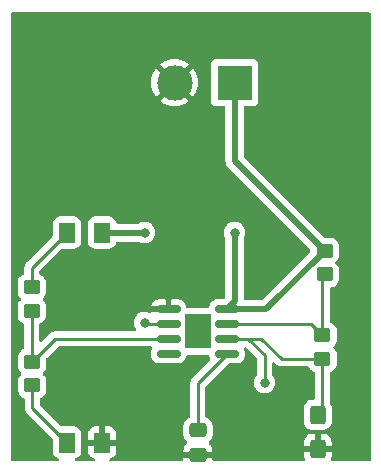
<source format=gbr>
%TF.GenerationSoftware,KiCad,Pcbnew,(7.0.0)*%
%TF.CreationDate,2023-02-16T14:42:30-08:00*%
%TF.ProjectId,Lab 4 E2,4c616220-3420-4453-922e-6b696361645f,rev?*%
%TF.SameCoordinates,Original*%
%TF.FileFunction,Copper,L1,Top*%
%TF.FilePolarity,Positive*%
%FSLAX46Y46*%
G04 Gerber Fmt 4.6, Leading zero omitted, Abs format (unit mm)*
G04 Created by KiCad (PCBNEW (7.0.0)) date 2023-02-16 14:42:30*
%MOMM*%
%LPD*%
G01*
G04 APERTURE LIST*
G04 Aperture macros list*
%AMRoundRect*
0 Rectangle with rounded corners*
0 $1 Rounding radius*
0 $2 $3 $4 $5 $6 $7 $8 $9 X,Y pos of 4 corners*
0 Add a 4 corners polygon primitive as box body*
4,1,4,$2,$3,$4,$5,$6,$7,$8,$9,$2,$3,0*
0 Add four circle primitives for the rounded corners*
1,1,$1+$1,$2,$3*
1,1,$1+$1,$4,$5*
1,1,$1+$1,$6,$7*
1,1,$1+$1,$8,$9*
0 Add four rect primitives between the rounded corners*
20,1,$1+$1,$2,$3,$4,$5,0*
20,1,$1+$1,$4,$5,$6,$7,0*
20,1,$1+$1,$6,$7,$8,$9,0*
20,1,$1+$1,$8,$9,$2,$3,0*%
G04 Aperture macros list end*
%TA.AperFunction,SMDPad,CuDef*%
%ADD10RoundRect,0.250001X0.462499X0.624999X-0.462499X0.624999X-0.462499X-0.624999X0.462499X-0.624999X0*%
%TD*%
%TA.AperFunction,ComponentPad*%
%ADD11R,3.000000X3.000000*%
%TD*%
%TA.AperFunction,ComponentPad*%
%ADD12C,3.000000*%
%TD*%
%TA.AperFunction,SMDPad,CuDef*%
%ADD13RoundRect,0.250000X-0.475000X0.337500X-0.475000X-0.337500X0.475000X-0.337500X0.475000X0.337500X0*%
%TD*%
%TA.AperFunction,SMDPad,CuDef*%
%ADD14RoundRect,0.250000X-0.450000X0.350000X-0.450000X-0.350000X0.450000X-0.350000X0.450000X0.350000X0*%
%TD*%
%TA.AperFunction,SMDPad,CuDef*%
%ADD15RoundRect,0.250001X-0.462499X-0.624999X0.462499X-0.624999X0.462499X0.624999X-0.462499X0.624999X0*%
%TD*%
%TA.AperFunction,SMDPad,CuDef*%
%ADD16RoundRect,0.150000X-0.825000X-0.150000X0.825000X-0.150000X0.825000X0.150000X-0.825000X0.150000X0*%
%TD*%
%TA.AperFunction,SMDPad,CuDef*%
%ADD17R,2.290000X3.000000*%
%TD*%
%TA.AperFunction,SMDPad,CuDef*%
%ADD18RoundRect,0.250000X-0.425000X0.537500X-0.425000X-0.537500X0.425000X-0.537500X0.425000X0.537500X0*%
%TD*%
%TA.AperFunction,ViaPad*%
%ADD19C,0.800000*%
%TD*%
%TA.AperFunction,Conductor*%
%ADD20C,0.250000*%
%TD*%
%TA.AperFunction,Conductor*%
%ADD21C,0.508000*%
%TD*%
G04 APERTURE END LIST*
D10*
%TO.P,D2,1,K*%
%TO.N,GND*%
X49747500Y-58420000D03*
%TO.P,D2,2,A*%
%TO.N,Net-(D2-Pad2)*%
X46772500Y-58420000D03*
%TD*%
D11*
%TO.P,J1,1,Pin_1*%
%TO.N,+9V*%
X60959999Y-27939999D03*
D12*
%TO.P,J1,2,Pin_2*%
%TO.N,GND*%
X55880000Y-27940000D03*
%TD*%
D13*
%TO.P,C2,1*%
%TO.N,Net-(C2-Pad1)*%
X57865000Y-57382500D03*
%TO.P,C2,2*%
%TO.N,GND*%
X57865000Y-59457500D03*
%TD*%
D14*
%TO.P,R4,1*%
%TO.N,/pin_3*%
X43820000Y-51572936D03*
%TO.P,R4,2*%
%TO.N,Net-(D2-Pad2)*%
X43820000Y-53572936D03*
%TD*%
%TO.P,R1,1*%
%TO.N,+9V*%
X68580000Y-42180000D03*
%TO.P,R1,2*%
%TO.N,Net-(R1-Pad2)*%
X68580000Y-44180000D03*
%TD*%
D15*
%TO.P,D1,1,K*%
%TO.N,Net-(D1-Pad1)*%
X46772500Y-40640000D03*
%TO.P,D1,2,A*%
%TO.N,+9V*%
X49747500Y-40640000D03*
%TD*%
D16*
%TO.P,U1,1,GND*%
%TO.N,GND*%
X55375000Y-47105000D03*
%TO.P,U1,2,TR*%
%TO.N,/pin_2*%
X55375000Y-48375000D03*
%TO.P,U1,3,Q*%
%TO.N,/pin_3*%
X55375000Y-49645000D03*
%TO.P,U1,4,R*%
%TO.N,/9V*%
X55375000Y-50915000D03*
%TO.P,U1,5,CV*%
%TO.N,Net-(C2-Pad1)*%
X60325000Y-50915000D03*
%TO.P,U1,6,THR*%
%TO.N,/pin_2*%
X60325000Y-49645000D03*
%TO.P,U1,7,DIS*%
%TO.N,Net-(R1-Pad2)*%
X60325000Y-48375000D03*
%TO.P,U1,8,VCC*%
%TO.N,+9V*%
X60325000Y-47105000D03*
D17*
%TO.P,U1,9*%
%TO.N,N/C*%
X57849999Y-49009999D03*
%TD*%
D18*
%TO.P,C1,1*%
%TO.N,/pin_2*%
X68000000Y-56080000D03*
%TO.P,C1,2*%
%TO.N,GND*%
X68000000Y-58955000D03*
%TD*%
D14*
%TO.P,R3,1*%
%TO.N,Net-(D1-Pad1)*%
X43805000Y-45260000D03*
%TO.P,R3,2*%
%TO.N,/pin_3*%
X43805000Y-47260000D03*
%TD*%
%TO.P,R2,1*%
%TO.N,Net-(R1-Pad2)*%
X68400000Y-49345872D03*
%TO.P,R2,2*%
%TO.N,/pin_2*%
X68400000Y-51345872D03*
%TD*%
D19*
%TO.N,+9V*%
X60960000Y-40640000D03*
X53340000Y-40640000D03*
%TO.N,/pin_2*%
X63500000Y-53340000D03*
X53340000Y-48260000D03*
%TD*%
D20*
%TO.N,Net-(C2-Pad1)*%
X57865000Y-53375000D02*
X60325000Y-50915000D01*
X57865000Y-57382500D02*
X57865000Y-53375000D01*
%TO.N,Net-(D1-Pad1)*%
X43805000Y-43607500D02*
X43805000Y-45260000D01*
X46772500Y-40640000D02*
X43805000Y-43607500D01*
D21*
%TO.N,+9V*%
X60325000Y-47105000D02*
X63655000Y-47105000D01*
X60960000Y-46470000D02*
X60960000Y-40640000D01*
X60325000Y-47105000D02*
X60960000Y-46470000D01*
X53340000Y-40640000D02*
X49747500Y-40640000D01*
X60960000Y-34560000D02*
X68580000Y-42180000D01*
X60960000Y-27940000D02*
X60960000Y-34560000D01*
X63655000Y-47105000D02*
X68580000Y-42180000D01*
D20*
%TO.N,Net-(D2-Pad2)*%
X43820000Y-53572936D02*
X43820000Y-55467500D01*
X43820000Y-55467500D02*
X46772500Y-58420000D01*
%TO.N,Net-(R1-Pad2)*%
X60325000Y-48375000D02*
X67429128Y-48375000D01*
X67429128Y-48375000D02*
X68400000Y-49345872D01*
X68400000Y-49345872D02*
X68400000Y-44360000D01*
X68400000Y-44360000D02*
X68580000Y-44180000D01*
%TO.N,/pin_3*%
X43805000Y-47260000D02*
X43805000Y-51557936D01*
X55375000Y-49645000D02*
X45747936Y-49645000D01*
X43805000Y-51557936D02*
X43820000Y-51572936D01*
X45747936Y-49645000D02*
X43820000Y-51572936D01*
%TO.N,/pin_2*%
X64942623Y-51345872D02*
X63241751Y-49645000D01*
X63500000Y-51030000D02*
X62115000Y-49645000D01*
X63500000Y-53340000D02*
X63500000Y-51030000D01*
X68400000Y-51345872D02*
X64942623Y-51345872D01*
X68000000Y-56080000D02*
X68400000Y-55680000D01*
X53455000Y-48375000D02*
X53340000Y-48260000D01*
X55375000Y-48375000D02*
X53455000Y-48375000D01*
X63241751Y-49645000D02*
X60325000Y-49645000D01*
X68400000Y-55680000D02*
X68400000Y-51345872D01*
%TD*%
%TA.AperFunction,Conductor*%
%TO.N,GND*%
G36*
X72438000Y-22016613D02*
G01*
X72483387Y-22062000D01*
X72500000Y-22124000D01*
X72500000Y-59876000D01*
X72483387Y-59938000D01*
X72438000Y-59983387D01*
X72376000Y-60000000D01*
X69215232Y-60000000D01*
X69155589Y-59984714D01*
X69110652Y-59942625D01*
X69091498Y-59884110D01*
X69102850Y-59823596D01*
X69111628Y-59804770D01*
X69162375Y-59651625D01*
X69165194Y-59638458D01*
X69174680Y-59545609D01*
X69175000Y-59539332D01*
X69175000Y-59221326D01*
X69171549Y-59208450D01*
X69158674Y-59205000D01*
X66841327Y-59205000D01*
X66828451Y-59208450D01*
X66825001Y-59221326D01*
X66825001Y-59539329D01*
X66825321Y-59545611D01*
X66834805Y-59638459D01*
X66837623Y-59651622D01*
X66888371Y-59804770D01*
X66897150Y-59823596D01*
X66908502Y-59884110D01*
X66889348Y-59942625D01*
X66844411Y-59984714D01*
X66784768Y-60000000D01*
X59211476Y-60000000D01*
X59145867Y-59981221D01*
X59100130Y-59930573D01*
X59088118Y-59863395D01*
X59089680Y-59848103D01*
X59090000Y-59841832D01*
X59090000Y-59723826D01*
X59086549Y-59710950D01*
X59073674Y-59707500D01*
X56656327Y-59707500D01*
X56643451Y-59710950D01*
X56640001Y-59723826D01*
X56640001Y-59841829D01*
X56640320Y-59848106D01*
X56641883Y-59863397D01*
X56629870Y-59930574D01*
X56584133Y-59981222D01*
X56518525Y-60000000D01*
X50480802Y-60000000D01*
X50414481Y-59980774D01*
X50368727Y-59929058D01*
X50357726Y-59860888D01*
X50384891Y-59797405D01*
X50441798Y-59758294D01*
X50522266Y-59731629D01*
X50535265Y-59725567D01*
X50672193Y-59641109D01*
X50683454Y-59632205D01*
X50797205Y-59518454D01*
X50806109Y-59507193D01*
X50890567Y-59370265D01*
X50896629Y-59357266D01*
X50947375Y-59204124D01*
X50950194Y-59190957D01*
X50959680Y-59098108D01*
X50960000Y-59091831D01*
X50960000Y-58686326D01*
X50956549Y-58673450D01*
X50943674Y-58670000D01*
X48551326Y-58670000D01*
X48538450Y-58673450D01*
X48535000Y-58686326D01*
X48535000Y-59091831D01*
X48535319Y-59098108D01*
X48544805Y-59190957D01*
X48547624Y-59204124D01*
X48598370Y-59357266D01*
X48604432Y-59370265D01*
X48688890Y-59507193D01*
X48697794Y-59518454D01*
X48811545Y-59632205D01*
X48822806Y-59641109D01*
X48959734Y-59725567D01*
X48972733Y-59731629D01*
X49053202Y-59758294D01*
X49110109Y-59797405D01*
X49137274Y-59860888D01*
X49126273Y-59929058D01*
X49080519Y-59980774D01*
X49014198Y-60000000D01*
X47532825Y-60000000D01*
X47466504Y-59980774D01*
X47420749Y-59929057D01*
X47409749Y-59860888D01*
X47436915Y-59797404D01*
X47493822Y-59758294D01*
X47557738Y-59737115D01*
X47708651Y-59644030D01*
X47834030Y-59518651D01*
X47927115Y-59367738D01*
X47982887Y-59199425D01*
X47993500Y-59095544D01*
X47993500Y-58153674D01*
X48535000Y-58153674D01*
X48538450Y-58166549D01*
X48551326Y-58170000D01*
X49481174Y-58170000D01*
X49494049Y-58166549D01*
X49497500Y-58153674D01*
X49997500Y-58153674D01*
X50000950Y-58166549D01*
X50013826Y-58170000D01*
X50943674Y-58170000D01*
X50956549Y-58166549D01*
X50960000Y-58153674D01*
X50960000Y-57748169D01*
X50959680Y-57741891D01*
X50950194Y-57649042D01*
X50947375Y-57635875D01*
X50896629Y-57482733D01*
X50890567Y-57469734D01*
X50806109Y-57332806D01*
X50797205Y-57321545D01*
X50683454Y-57207794D01*
X50672193Y-57198890D01*
X50535265Y-57114432D01*
X50522266Y-57108370D01*
X50369124Y-57057624D01*
X50355957Y-57054805D01*
X50263108Y-57045319D01*
X50256831Y-57045000D01*
X50013826Y-57045000D01*
X50000950Y-57048450D01*
X49997500Y-57061326D01*
X49997500Y-58153674D01*
X49497500Y-58153674D01*
X49497500Y-57061326D01*
X49494049Y-57048450D01*
X49481174Y-57045000D01*
X49238169Y-57045000D01*
X49231891Y-57045319D01*
X49139042Y-57054805D01*
X49125875Y-57057624D01*
X48972733Y-57108370D01*
X48959734Y-57114432D01*
X48822806Y-57198890D01*
X48811545Y-57207794D01*
X48697794Y-57321545D01*
X48688890Y-57332806D01*
X48604432Y-57469734D01*
X48598370Y-57482733D01*
X48547624Y-57635875D01*
X48544805Y-57649042D01*
X48535319Y-57741891D01*
X48535000Y-57748169D01*
X48535000Y-58153674D01*
X47993500Y-58153674D01*
X47993500Y-57744456D01*
X47982887Y-57640575D01*
X47927115Y-57472262D01*
X47834030Y-57321349D01*
X47708651Y-57195970D01*
X47702501Y-57192176D01*
X47702499Y-57192175D01*
X47563887Y-57106678D01*
X47563888Y-57106678D01*
X47557738Y-57102885D01*
X47550880Y-57100612D01*
X47550879Y-57100612D01*
X47395849Y-57049241D01*
X47395843Y-57049239D01*
X47389425Y-57047113D01*
X47382695Y-57046425D01*
X47382693Y-57046425D01*
X47288673Y-57036819D01*
X47288659Y-57036818D01*
X47285544Y-57036500D01*
X47282397Y-57036500D01*
X46336266Y-57036500D01*
X46288813Y-57027061D01*
X46248585Y-57000181D01*
X44489819Y-55241414D01*
X44462939Y-55201186D01*
X44453500Y-55153733D01*
X44453500Y-54750730D01*
X44464123Y-54700514D01*
X44494172Y-54658902D01*
X44538495Y-54633024D01*
X44592738Y-54615051D01*
X44743652Y-54521966D01*
X44869030Y-54396588D01*
X44962115Y-54245674D01*
X45017887Y-54077362D01*
X45028500Y-53973481D01*
X45028499Y-53172392D01*
X45017887Y-53068510D01*
X44962115Y-52900198D01*
X44944290Y-52871300D01*
X44899219Y-52798228D01*
X44869030Y-52749284D01*
X44780363Y-52660617D01*
X44748269Y-52605030D01*
X44748269Y-52540842D01*
X44780363Y-52485255D01*
X44792168Y-52473450D01*
X44869030Y-52396588D01*
X44962115Y-52245674D01*
X45017887Y-52077362D01*
X45028500Y-51973481D01*
X45028499Y-51311700D01*
X45037938Y-51264248D01*
X45064815Y-51224023D01*
X45974020Y-50314819D01*
X46014249Y-50287939D01*
X46061702Y-50278500D01*
X53855282Y-50278500D01*
X53917563Y-50295276D01*
X53962992Y-50341063D01*
X53979278Y-50403474D01*
X53962014Y-50465621D01*
X53944828Y-50494680D01*
X53944826Y-50494683D01*
X53940855Y-50501399D01*
X53938679Y-50508888D01*
X53938678Y-50508891D01*
X53905264Y-50623906D01*
X53894438Y-50661169D01*
X53893941Y-50667476D01*
X53893940Y-50667485D01*
X53891691Y-50696063D01*
X53891690Y-50696079D01*
X53891500Y-50698498D01*
X53891500Y-51131502D01*
X53891690Y-51133921D01*
X53891691Y-51133936D01*
X53893940Y-51162514D01*
X53893941Y-51162521D01*
X53894438Y-51168831D01*
X53940855Y-51328601D01*
X53944825Y-51335315D01*
X53944827Y-51335318D01*
X53949824Y-51343767D01*
X54025547Y-51471807D01*
X54143193Y-51589453D01*
X54286399Y-51674145D01*
X54446169Y-51720562D01*
X54483498Y-51723500D01*
X56264057Y-51723500D01*
X56266502Y-51723500D01*
X56303831Y-51720562D01*
X56463601Y-51674145D01*
X56606807Y-51589453D01*
X56724453Y-51471807D01*
X56809145Y-51328601D01*
X56855562Y-51168831D01*
X56858400Y-51132770D01*
X56878023Y-51074965D01*
X56922850Y-51033527D01*
X56982018Y-51018500D01*
X58717982Y-51018500D01*
X58777150Y-51033527D01*
X58821977Y-51074965D01*
X58841600Y-51132771D01*
X58843940Y-51162515D01*
X58843941Y-51162523D01*
X58844438Y-51168831D01*
X58846205Y-51174913D01*
X58871023Y-51260340D01*
X58890855Y-51328601D01*
X58894823Y-51335311D01*
X58895775Y-51337510D01*
X58905967Y-51385458D01*
X58896782Y-51433609D01*
X58869655Y-51474438D01*
X57472793Y-52871300D01*
X57464444Y-52878898D01*
X57457982Y-52883000D01*
X57452641Y-52888686D01*
X57452639Y-52888689D01*
X57411339Y-52932668D01*
X57408634Y-52935460D01*
X57388865Y-52955230D01*
X57386481Y-52958302D01*
X57386478Y-52958306D01*
X57386322Y-52958508D01*
X57378752Y-52967370D01*
X57371943Y-52974622D01*
X57348414Y-52999679D01*
X57344659Y-53006507D01*
X57344658Y-53006510D01*
X57338579Y-53017567D01*
X57327903Y-53033819D01*
X57320168Y-53043791D01*
X57320160Y-53043802D01*
X57315386Y-53049959D01*
X57312291Y-53057110D01*
X57312288Y-53057116D01*
X57297786Y-53090628D01*
X57292648Y-53101115D01*
X57275065Y-53133098D01*
X57275061Y-53133106D01*
X57271305Y-53139940D01*
X57269366Y-53147491D01*
X57269363Y-53147499D01*
X57266225Y-53159722D01*
X57259926Y-53178119D01*
X57251819Y-53196855D01*
X57250599Y-53204553D01*
X57250598Y-53204559D01*
X57244888Y-53240611D01*
X57242520Y-53252045D01*
X57233438Y-53287417D01*
X57233436Y-53287426D01*
X57231500Y-53294970D01*
X57231500Y-53302766D01*
X57231500Y-53315385D01*
X57229973Y-53334783D01*
X57228124Y-53346460D01*
X57226780Y-53354943D01*
X57227514Y-53362708D01*
X57227514Y-53362711D01*
X57230950Y-53399058D01*
X57231500Y-53410727D01*
X57231500Y-56208922D01*
X57220877Y-56259138D01*
X57190829Y-56300750D01*
X57146504Y-56326627D01*
X57125921Y-56333447D01*
X57074122Y-56350611D01*
X57074115Y-56350613D01*
X57067262Y-56352885D01*
X57061121Y-56356672D01*
X57061112Y-56356677D01*
X56922497Y-56442177D01*
X56916348Y-56445970D01*
X56911240Y-56451077D01*
X56911236Y-56451081D01*
X56796081Y-56566236D01*
X56796077Y-56566240D01*
X56790970Y-56571348D01*
X56787178Y-56577495D01*
X56787177Y-56577497D01*
X56701677Y-56716112D01*
X56701672Y-56716121D01*
X56697885Y-56722262D01*
X56695613Y-56729115D01*
X56695611Y-56729122D01*
X56644241Y-56884149D01*
X56644239Y-56884157D01*
X56642113Y-56890574D01*
X56641425Y-56897302D01*
X56641425Y-56897305D01*
X56631819Y-56991325D01*
X56631818Y-56991340D01*
X56631500Y-56994455D01*
X56631500Y-56997601D01*
X56631500Y-56997602D01*
X56631500Y-57767395D01*
X56631500Y-57767414D01*
X56631501Y-57770544D01*
X56631819Y-57773657D01*
X56631820Y-57773676D01*
X56641424Y-57867686D01*
X56642113Y-57874426D01*
X56644244Y-57880857D01*
X56695611Y-58035877D01*
X56695612Y-58035880D01*
X56697885Y-58042738D01*
X56701674Y-58048881D01*
X56701677Y-58048887D01*
X56736432Y-58105232D01*
X56790970Y-58193652D01*
X56916348Y-58319030D01*
X56922497Y-58322823D01*
X56928163Y-58327303D01*
X56926749Y-58329090D01*
X56958968Y-58361763D01*
X56976299Y-58418112D01*
X56965648Y-58476096D01*
X56929424Y-58522609D01*
X56916547Y-58532791D01*
X56802794Y-58646544D01*
X56793890Y-58657805D01*
X56709432Y-58794733D01*
X56703370Y-58807732D01*
X56652624Y-58960874D01*
X56649805Y-58974041D01*
X56640319Y-59066890D01*
X56640000Y-59073168D01*
X56640000Y-59191174D01*
X56643450Y-59204049D01*
X56656326Y-59207500D01*
X59073673Y-59207500D01*
X59086548Y-59204049D01*
X59089999Y-59191174D01*
X59089999Y-59073171D01*
X59089678Y-59066888D01*
X59080194Y-58974040D01*
X59077376Y-58960877D01*
X59026629Y-58807732D01*
X59020567Y-58794733D01*
X58955149Y-58688674D01*
X66825000Y-58688674D01*
X66828450Y-58701549D01*
X66841326Y-58705000D01*
X67733674Y-58705000D01*
X67746549Y-58701549D01*
X67750000Y-58688674D01*
X68250000Y-58688674D01*
X68253450Y-58701549D01*
X68266326Y-58705000D01*
X69158673Y-58705000D01*
X69171548Y-58701549D01*
X69174999Y-58688674D01*
X69174999Y-58370671D01*
X69174678Y-58364388D01*
X69165194Y-58271540D01*
X69162376Y-58258377D01*
X69111629Y-58105232D01*
X69105567Y-58092233D01*
X69021109Y-57955305D01*
X69012205Y-57944044D01*
X68898455Y-57830294D01*
X68887194Y-57821390D01*
X68750266Y-57736932D01*
X68737267Y-57730870D01*
X68584125Y-57680124D01*
X68570958Y-57677305D01*
X68478109Y-57667819D01*
X68471832Y-57667500D01*
X68266326Y-57667500D01*
X68253450Y-57670950D01*
X68250000Y-57683826D01*
X68250000Y-58688674D01*
X67750000Y-58688674D01*
X67750000Y-57683827D01*
X67746549Y-57670951D01*
X67733674Y-57667501D01*
X67528171Y-57667501D01*
X67521888Y-57667821D01*
X67429040Y-57677305D01*
X67415877Y-57680123D01*
X67262732Y-57730870D01*
X67249733Y-57736932D01*
X67112805Y-57821390D01*
X67101544Y-57830294D01*
X66987794Y-57944044D01*
X66978890Y-57955305D01*
X66894432Y-58092233D01*
X66888370Y-58105232D01*
X66837624Y-58258374D01*
X66834805Y-58271541D01*
X66825319Y-58364390D01*
X66825000Y-58370668D01*
X66825000Y-58688674D01*
X58955149Y-58688674D01*
X58936109Y-58657805D01*
X58927205Y-58646544D01*
X58813451Y-58532790D01*
X58800578Y-58522611D01*
X58764347Y-58476089D01*
X58753701Y-58418092D01*
X58771048Y-58361735D01*
X58803254Y-58329095D01*
X58801837Y-58327303D01*
X58807500Y-58322824D01*
X58813652Y-58319030D01*
X58939030Y-58193652D01*
X59032115Y-58042738D01*
X59087887Y-57874426D01*
X59098500Y-57770545D01*
X59098499Y-56994456D01*
X59087887Y-56890574D01*
X59032115Y-56722262D01*
X58939030Y-56571348D01*
X58813652Y-56445970D01*
X58761809Y-56413992D01*
X58668887Y-56356677D01*
X58668881Y-56356674D01*
X58662738Y-56352885D01*
X58655880Y-56350612D01*
X58655877Y-56350611D01*
X58611834Y-56336017D01*
X58583495Y-56326627D01*
X58539171Y-56300750D01*
X58509123Y-56259138D01*
X58498500Y-56208922D01*
X58498500Y-53688766D01*
X58507939Y-53641313D01*
X58534819Y-53601085D01*
X60376085Y-51759819D01*
X60416313Y-51732939D01*
X60463766Y-51723500D01*
X61214057Y-51723500D01*
X61216502Y-51723500D01*
X61253831Y-51720562D01*
X61413601Y-51674145D01*
X61556807Y-51589453D01*
X61674453Y-51471807D01*
X61759145Y-51328601D01*
X61805562Y-51168831D01*
X61808500Y-51131502D01*
X61808500Y-50698498D01*
X61805562Y-50661169D01*
X61764339Y-50519277D01*
X61763120Y-50454599D01*
X61794640Y-50398109D01*
X61850320Y-50365180D01*
X61915008Y-50364774D01*
X61971097Y-50397001D01*
X62830181Y-51256086D01*
X62857061Y-51296314D01*
X62866500Y-51343767D01*
X62866500Y-52638243D01*
X62858264Y-52682681D01*
X62834650Y-52721215D01*
X62809377Y-52749284D01*
X62760960Y-52803056D01*
X62757714Y-52808676D01*
X62757711Y-52808682D01*
X62668721Y-52962817D01*
X62668718Y-52962822D01*
X62665473Y-52968444D01*
X62663467Y-52974616D01*
X62663465Y-52974622D01*
X62608465Y-53143892D01*
X62608463Y-53143901D01*
X62606458Y-53150072D01*
X62605780Y-53156522D01*
X62605778Y-53156532D01*
X62591229Y-53294970D01*
X62586496Y-53340000D01*
X62587175Y-53346460D01*
X62605778Y-53523467D01*
X62605779Y-53523475D01*
X62606458Y-53529928D01*
X62608463Y-53536100D01*
X62608465Y-53536107D01*
X62641379Y-53637404D01*
X62665473Y-53711556D01*
X62760960Y-53876944D01*
X62888747Y-54018866D01*
X62893997Y-54022680D01*
X62894000Y-54022683D01*
X62978101Y-54083786D01*
X63043248Y-54131118D01*
X63217712Y-54208794D01*
X63224070Y-54210145D01*
X63224072Y-54210146D01*
X63260874Y-54217968D01*
X63404513Y-54248500D01*
X63588984Y-54248500D01*
X63595487Y-54248500D01*
X63782288Y-54208794D01*
X63956752Y-54131118D01*
X64111253Y-54018866D01*
X64239040Y-53876944D01*
X64334527Y-53711556D01*
X64393542Y-53529928D01*
X64413504Y-53340000D01*
X64393542Y-53150072D01*
X64334527Y-52968444D01*
X64239040Y-52803056D01*
X64165349Y-52721214D01*
X64141736Y-52682681D01*
X64133500Y-52638243D01*
X64133500Y-51732015D01*
X64147015Y-51675720D01*
X64184615Y-51631697D01*
X64238102Y-51609542D01*
X64295818Y-51614084D01*
X64345181Y-51644334D01*
X64438917Y-51738070D01*
X64446519Y-51746423D01*
X64450623Y-51752890D01*
X64456313Y-51758233D01*
X64500290Y-51799530D01*
X64503088Y-51802241D01*
X64522853Y-51822006D01*
X64526107Y-51824530D01*
X64534990Y-51832116D01*
X64567302Y-51862458D01*
X64574140Y-51866217D01*
X64585191Y-51872293D01*
X64601453Y-51882975D01*
X64611411Y-51890699D01*
X64611415Y-51890701D01*
X64617582Y-51895485D01*
X64624742Y-51898583D01*
X64624745Y-51898585D01*
X64658237Y-51913078D01*
X64668730Y-51918218D01*
X64707563Y-51939567D01*
X64727341Y-51944645D01*
X64745743Y-51950946D01*
X64755620Y-51955219D01*
X64764478Y-51959053D01*
X64808244Y-51965984D01*
X64819664Y-51968349D01*
X64862593Y-51979372D01*
X64883008Y-51979372D01*
X64902406Y-51980899D01*
X64922566Y-51984092D01*
X64961099Y-51980449D01*
X64966681Y-51979922D01*
X64978350Y-51979372D01*
X67164476Y-51979372D01*
X67224908Y-51995095D01*
X67270013Y-52038273D01*
X67350970Y-52169524D01*
X67476348Y-52294902D01*
X67575419Y-52356009D01*
X67621112Y-52384194D01*
X67621114Y-52384195D01*
X67627262Y-52387987D01*
X67681504Y-52405960D01*
X67725828Y-52431838D01*
X67755877Y-52473450D01*
X67766500Y-52523666D01*
X67766500Y-54660001D01*
X67749887Y-54722001D01*
X67704500Y-54767388D01*
X67642500Y-54784001D01*
X67524456Y-54784001D01*
X67521343Y-54784318D01*
X67521323Y-54784320D01*
X67427313Y-54793924D01*
X67427307Y-54793925D01*
X67420574Y-54794613D01*
X67414144Y-54796743D01*
X67414142Y-54796744D01*
X67259122Y-54848111D01*
X67259115Y-54848113D01*
X67252262Y-54850385D01*
X67246121Y-54854172D01*
X67246112Y-54854177D01*
X67107497Y-54939677D01*
X67101348Y-54943470D01*
X67096240Y-54948577D01*
X67096236Y-54948581D01*
X66981081Y-55063736D01*
X66981077Y-55063740D01*
X66975970Y-55068848D01*
X66972178Y-55074995D01*
X66972177Y-55074997D01*
X66886677Y-55213612D01*
X66886672Y-55213621D01*
X66882885Y-55219762D01*
X66880613Y-55226615D01*
X66880611Y-55226622D01*
X66829241Y-55381649D01*
X66829239Y-55381657D01*
X66827113Y-55388074D01*
X66826425Y-55394802D01*
X66826425Y-55394805D01*
X66816819Y-55488825D01*
X66816818Y-55488840D01*
X66816500Y-55491955D01*
X66816500Y-55495101D01*
X66816500Y-55495102D01*
X66816500Y-56664895D01*
X66816500Y-56664914D01*
X66816501Y-56668044D01*
X66816819Y-56671157D01*
X66816820Y-56671176D01*
X66822740Y-56729122D01*
X66827113Y-56771926D01*
X66829244Y-56778357D01*
X66880611Y-56933377D01*
X66880612Y-56933380D01*
X66882885Y-56940238D01*
X66886674Y-56946381D01*
X66886677Y-56946387D01*
X66919858Y-57000181D01*
X66975970Y-57091152D01*
X67101348Y-57216530D01*
X67200419Y-57277637D01*
X67246112Y-57305822D01*
X67246114Y-57305823D01*
X67252262Y-57309615D01*
X67420574Y-57365387D01*
X67524455Y-57376000D01*
X68475544Y-57375999D01*
X68579426Y-57365387D01*
X68747738Y-57309615D01*
X68898652Y-57216530D01*
X69024030Y-57091152D01*
X69117115Y-56940238D01*
X69172887Y-56771926D01*
X69183500Y-56668045D01*
X69183499Y-55491956D01*
X69172887Y-55388074D01*
X69117115Y-55219762D01*
X69108068Y-55205095D01*
X69051961Y-55114131D01*
X69033500Y-55049034D01*
X69033500Y-52523666D01*
X69044123Y-52473450D01*
X69074172Y-52431838D01*
X69118495Y-52405960D01*
X69172738Y-52387987D01*
X69323652Y-52294902D01*
X69449030Y-52169524D01*
X69542115Y-52018610D01*
X69597887Y-51850298D01*
X69608500Y-51746417D01*
X69608499Y-50945328D01*
X69597887Y-50841446D01*
X69542115Y-50673134D01*
X69529985Y-50653469D01*
X69509411Y-50620113D01*
X69449030Y-50522220D01*
X69360363Y-50433552D01*
X69328269Y-50377966D01*
X69328269Y-50313778D01*
X69360363Y-50258191D01*
X69360362Y-50258191D01*
X69449030Y-50169524D01*
X69542115Y-50018610D01*
X69597887Y-49850298D01*
X69608500Y-49746417D01*
X69608499Y-48945328D01*
X69597887Y-48841446D01*
X69542115Y-48673134D01*
X69449030Y-48522220D01*
X69323652Y-48396842D01*
X69244877Y-48348253D01*
X69178887Y-48307549D01*
X69178881Y-48307546D01*
X69172738Y-48303757D01*
X69165880Y-48301484D01*
X69165877Y-48301483D01*
X69136765Y-48291837D01*
X69118495Y-48285783D01*
X69074172Y-48259906D01*
X69044123Y-48218294D01*
X69033500Y-48168078D01*
X69033500Y-45405283D01*
X69048071Y-45346962D01*
X69088360Y-45302348D01*
X69144898Y-45281925D01*
X69147355Y-45281673D01*
X69184426Y-45277887D01*
X69352738Y-45222115D01*
X69503652Y-45129030D01*
X69629030Y-45003652D01*
X69722115Y-44852738D01*
X69777887Y-44684426D01*
X69788500Y-44580545D01*
X69788499Y-43779456D01*
X69777887Y-43675574D01*
X69722115Y-43507262D01*
X69701050Y-43473111D01*
X69674061Y-43429355D01*
X69629030Y-43356348D01*
X69540363Y-43267681D01*
X69508269Y-43212094D01*
X69508269Y-43147906D01*
X69540363Y-43092319D01*
X69540363Y-43092318D01*
X69629030Y-43003652D01*
X69722115Y-42852738D01*
X69777887Y-42684426D01*
X69788500Y-42580545D01*
X69788499Y-41779456D01*
X69777887Y-41675574D01*
X69722115Y-41507262D01*
X69629030Y-41356348D01*
X69503652Y-41230970D01*
X69451809Y-41198992D01*
X69358887Y-41141677D01*
X69358881Y-41141674D01*
X69352738Y-41137885D01*
X69345880Y-41135612D01*
X69345877Y-41135611D01*
X69190850Y-41084241D01*
X69190844Y-41084239D01*
X69184426Y-41082113D01*
X69177696Y-41081425D01*
X69177694Y-41081425D01*
X69083674Y-41071819D01*
X69083660Y-41071818D01*
X69080545Y-41071500D01*
X69077398Y-41071500D01*
X68601200Y-41071500D01*
X68553747Y-41062061D01*
X68513519Y-41035181D01*
X61758819Y-34280481D01*
X61731939Y-34240253D01*
X61722500Y-34192800D01*
X61722500Y-30072500D01*
X61739113Y-30010500D01*
X61784500Y-29965113D01*
X61846500Y-29948500D01*
X62505328Y-29948500D01*
X62508638Y-29948500D01*
X62569201Y-29941989D01*
X62706204Y-29890889D01*
X62823261Y-29803261D01*
X62910889Y-29686204D01*
X62961989Y-29549201D01*
X62968500Y-29488638D01*
X62968500Y-26391362D01*
X62961989Y-26330799D01*
X62910889Y-26193796D01*
X62823261Y-26076739D01*
X62706204Y-25989111D01*
X62697896Y-25986012D01*
X62697894Y-25986011D01*
X62576463Y-25940719D01*
X62576458Y-25940717D01*
X62569201Y-25938011D01*
X62561497Y-25937182D01*
X62561494Y-25937182D01*
X62511924Y-25931853D01*
X62511918Y-25931852D01*
X62508638Y-25931500D01*
X59411362Y-25931500D01*
X59408082Y-25931852D01*
X59408075Y-25931853D01*
X59358505Y-25937182D01*
X59358500Y-25937182D01*
X59350799Y-25938011D01*
X59343543Y-25940717D01*
X59343536Y-25940719D01*
X59222105Y-25986011D01*
X59222099Y-25986013D01*
X59213796Y-25989111D01*
X59206698Y-25994423D01*
X59206695Y-25994426D01*
X59103835Y-26071426D01*
X59103831Y-26071429D01*
X59096739Y-26076739D01*
X59091429Y-26083831D01*
X59091426Y-26083835D01*
X59014426Y-26186695D01*
X59014423Y-26186698D01*
X59009111Y-26193796D01*
X59006013Y-26202099D01*
X59006011Y-26202105D01*
X58960719Y-26323536D01*
X58960717Y-26323543D01*
X58958011Y-26330799D01*
X58957182Y-26338500D01*
X58957182Y-26338505D01*
X58951853Y-26388075D01*
X58951500Y-26391362D01*
X58951500Y-29488638D01*
X58951852Y-29491918D01*
X58951853Y-29491924D01*
X58956032Y-29530800D01*
X58958011Y-29549201D01*
X58960717Y-29556458D01*
X58960719Y-29556463D01*
X58987749Y-29628931D01*
X59009111Y-29686204D01*
X59096739Y-29803261D01*
X59213796Y-29890889D01*
X59350799Y-29941989D01*
X59411362Y-29948500D01*
X60073500Y-29948500D01*
X60135500Y-29965113D01*
X60180887Y-30010500D01*
X60197500Y-30072500D01*
X60197500Y-34495417D01*
X60196190Y-34513389D01*
X60192634Y-34537672D01*
X60193263Y-34544863D01*
X60193263Y-34544870D01*
X60197028Y-34587896D01*
X60197500Y-34598703D01*
X60197500Y-34604412D01*
X60197917Y-34607983D01*
X60197918Y-34607994D01*
X60201159Y-34635732D01*
X60201525Y-34639313D01*
X60207540Y-34708052D01*
X60208169Y-34715240D01*
X60210437Y-34722086D01*
X60211222Y-34725888D01*
X60211237Y-34725984D01*
X60211263Y-34726074D01*
X60212163Y-34729872D01*
X60213002Y-34737042D01*
X60215471Y-34743827D01*
X60215472Y-34743829D01*
X60239068Y-34808660D01*
X60240252Y-34812065D01*
X60261964Y-34877589D01*
X60261966Y-34877594D01*
X60264235Y-34884440D01*
X60268022Y-34890580D01*
X60269663Y-34894099D01*
X60269701Y-34894192D01*
X60269754Y-34894286D01*
X60271497Y-34897757D01*
X60273966Y-34904539D01*
X60277927Y-34910562D01*
X60277932Y-34910571D01*
X60315862Y-34968241D01*
X60317798Y-34971280D01*
X60354018Y-35029999D01*
X60354020Y-35030002D01*
X60357812Y-35036149D01*
X60362919Y-35041256D01*
X60365311Y-35044281D01*
X60365381Y-35044378D01*
X60365447Y-35044450D01*
X60367946Y-35047429D01*
X60371915Y-35053462D01*
X60377168Y-35058418D01*
X60377169Y-35058419D01*
X60427376Y-35105787D01*
X60429963Y-35108300D01*
X67335181Y-42013519D01*
X67362061Y-42053747D01*
X67371500Y-42101200D01*
X67371500Y-42258799D01*
X67362061Y-42306252D01*
X67335181Y-42346480D01*
X63375481Y-46306181D01*
X63335253Y-46333061D01*
X63287800Y-46342500D01*
X61846500Y-46342500D01*
X61784500Y-46325887D01*
X61739113Y-46280500D01*
X61722500Y-46218500D01*
X61722500Y-41169536D01*
X61739113Y-41107536D01*
X61765368Y-41062061D01*
X61794527Y-41011556D01*
X61853542Y-40829928D01*
X61873504Y-40640000D01*
X61853542Y-40450072D01*
X61794527Y-40268444D01*
X61699040Y-40103056D01*
X61571253Y-39961134D01*
X61566003Y-39957319D01*
X61565999Y-39957316D01*
X61422006Y-39852699D01*
X61422004Y-39852697D01*
X61416752Y-39848882D01*
X61410821Y-39846241D01*
X61410817Y-39846239D01*
X61248226Y-39773849D01*
X61248219Y-39773846D01*
X61242288Y-39771206D01*
X61235935Y-39769855D01*
X61235927Y-39769853D01*
X61061849Y-39732852D01*
X61061846Y-39732851D01*
X61055487Y-39731500D01*
X60864513Y-39731500D01*
X60858154Y-39732851D01*
X60858150Y-39732852D01*
X60684072Y-39769853D01*
X60684061Y-39769856D01*
X60677712Y-39771206D01*
X60671782Y-39773845D01*
X60671773Y-39773849D01*
X60509182Y-39846239D01*
X60509174Y-39846243D01*
X60503248Y-39848882D01*
X60497999Y-39852695D01*
X60497993Y-39852699D01*
X60354000Y-39957316D01*
X60353991Y-39957323D01*
X60348747Y-39961134D01*
X60344403Y-39965957D01*
X60344400Y-39965961D01*
X60342922Y-39967603D01*
X60220960Y-40103056D01*
X60217714Y-40108676D01*
X60217711Y-40108682D01*
X60128721Y-40262817D01*
X60128718Y-40262822D01*
X60125473Y-40268444D01*
X60123467Y-40274616D01*
X60123465Y-40274622D01*
X60068465Y-40443892D01*
X60068463Y-40443901D01*
X60066458Y-40450072D01*
X60065780Y-40456522D01*
X60065778Y-40456532D01*
X60047778Y-40627795D01*
X60046496Y-40640000D01*
X60047175Y-40646460D01*
X60065778Y-40823467D01*
X60065779Y-40823475D01*
X60066458Y-40829928D01*
X60068463Y-40836100D01*
X60068465Y-40836107D01*
X60093688Y-40913734D01*
X60125473Y-41011556D01*
X60128720Y-41017180D01*
X60128721Y-41017182D01*
X60180887Y-41107536D01*
X60197500Y-41169536D01*
X60197500Y-46102800D01*
X60188061Y-46150253D01*
X60161181Y-46190481D01*
X60091481Y-46260181D01*
X60051253Y-46287061D01*
X60003800Y-46296500D01*
X59433498Y-46296500D01*
X59431079Y-46296690D01*
X59431063Y-46296691D01*
X59402485Y-46298940D01*
X59402476Y-46298941D01*
X59396169Y-46299438D01*
X59390088Y-46301204D01*
X59390086Y-46301205D01*
X59243891Y-46343678D01*
X59243888Y-46343679D01*
X59236399Y-46345855D01*
X59229687Y-46349824D01*
X59229681Y-46349827D01*
X59099910Y-46426574D01*
X59099906Y-46426576D01*
X59093193Y-46430547D01*
X59087678Y-46436061D01*
X59087674Y-46436065D01*
X58981065Y-46542674D01*
X58981061Y-46542678D01*
X58975547Y-46548193D01*
X58971576Y-46554906D01*
X58971574Y-46554910D01*
X58894827Y-46684681D01*
X58894824Y-46684687D01*
X58890855Y-46691399D01*
X58888679Y-46698888D01*
X58888678Y-46698891D01*
X58848068Y-46838674D01*
X58844438Y-46851169D01*
X58843941Y-46857474D01*
X58843940Y-46857484D01*
X58841600Y-46887229D01*
X58821977Y-46945035D01*
X58777150Y-46986473D01*
X58717982Y-47001500D01*
X56973450Y-47001500D01*
X56914282Y-46986473D01*
X56869454Y-46945034D01*
X56849832Y-46887227D01*
X56847597Y-46858826D01*
X56845331Y-46846420D01*
X56803458Y-46702294D01*
X56797310Y-46688087D01*
X56721655Y-46560161D01*
X56712164Y-46547925D01*
X56607074Y-46442835D01*
X56594838Y-46433344D01*
X56466912Y-46357689D01*
X56452705Y-46351541D01*
X56308579Y-46309668D01*
X56296173Y-46307402D01*
X56268076Y-46305191D01*
X56263197Y-46305000D01*
X55641326Y-46305000D01*
X55628450Y-46308450D01*
X55625000Y-46321326D01*
X55625000Y-47231000D01*
X55608387Y-47293000D01*
X55563000Y-47338387D01*
X55501000Y-47355000D01*
X53919856Y-47355000D01*
X53905232Y-47359124D01*
X53904843Y-47359544D01*
X53885404Y-47403010D01*
X53843309Y-47438606D01*
X53789945Y-47452437D01*
X53735859Y-47441771D01*
X53728750Y-47438606D01*
X53715267Y-47432603D01*
X53628226Y-47393849D01*
X53628219Y-47393846D01*
X53622288Y-47391206D01*
X53615935Y-47389855D01*
X53615927Y-47389853D01*
X53441849Y-47352852D01*
X53441846Y-47352851D01*
X53435487Y-47351500D01*
X53244513Y-47351500D01*
X53238154Y-47352851D01*
X53238150Y-47352852D01*
X53064072Y-47389853D01*
X53064061Y-47389856D01*
X53057712Y-47391206D01*
X53051782Y-47393845D01*
X53051773Y-47393849D01*
X52889182Y-47466239D01*
X52889174Y-47466243D01*
X52883248Y-47468882D01*
X52877999Y-47472695D01*
X52877993Y-47472699D01*
X52734000Y-47577316D01*
X52733991Y-47577323D01*
X52728747Y-47581134D01*
X52724403Y-47585957D01*
X52724400Y-47585961D01*
X52605307Y-47718228D01*
X52600960Y-47723056D01*
X52597714Y-47728676D01*
X52597711Y-47728682D01*
X52508721Y-47882817D01*
X52508718Y-47882822D01*
X52505473Y-47888444D01*
X52503467Y-47894616D01*
X52503465Y-47894622D01*
X52448465Y-48063892D01*
X52448463Y-48063901D01*
X52446458Y-48070072D01*
X52445780Y-48076522D01*
X52445778Y-48076532D01*
X52430879Y-48218294D01*
X52426496Y-48260000D01*
X52427175Y-48266460D01*
X52445778Y-48443467D01*
X52445779Y-48443475D01*
X52446458Y-48449928D01*
X52448463Y-48456100D01*
X52448465Y-48456107D01*
X52468286Y-48517108D01*
X52505473Y-48631556D01*
X52600960Y-48796944D01*
X52605304Y-48801769D01*
X52605306Y-48801771D01*
X52607787Y-48804526D01*
X52635071Y-48854152D01*
X52637443Y-48910733D01*
X52614409Y-48962469D01*
X52570774Y-48998568D01*
X52515639Y-49011500D01*
X45826782Y-49011500D01*
X45815498Y-49010968D01*
X45808027Y-49009298D01*
X45800229Y-49009543D01*
X45739919Y-49011439D01*
X45736023Y-49011500D01*
X45708080Y-49011500D01*
X45704213Y-49011988D01*
X45704204Y-49011989D01*
X45703968Y-49012019D01*
X45692342Y-49012934D01*
X45655839Y-49014081D01*
X45655831Y-49014082D01*
X45648046Y-49014327D01*
X45640564Y-49016500D01*
X45640555Y-49016502D01*
X45628441Y-49020022D01*
X45609393Y-49023967D01*
X45596879Y-49025548D01*
X45596878Y-49025548D01*
X45589139Y-49026526D01*
X45581888Y-49029396D01*
X45581883Y-49029398D01*
X45547933Y-49042839D01*
X45536888Y-49046620D01*
X45501838Y-49056803D01*
X45501827Y-49056807D01*
X45494343Y-49058982D01*
X45487630Y-49062951D01*
X45487627Y-49062953D01*
X45476768Y-49069375D01*
X45459306Y-49077929D01*
X45447578Y-49082573D01*
X45447572Y-49082576D01*
X45440319Y-49085448D01*
X45434009Y-49090032D01*
X45434006Y-49090034D01*
X45404477Y-49111488D01*
X45394717Y-49117899D01*
X45363285Y-49136488D01*
X45363282Y-49136490D01*
X45356573Y-49140458D01*
X45351062Y-49145967D01*
X45351055Y-49145974D01*
X45342130Y-49154899D01*
X45327347Y-49167525D01*
X45317143Y-49174939D01*
X45317136Y-49174945D01*
X45310829Y-49179528D01*
X45305860Y-49185533D01*
X45305857Y-49185537D01*
X45282588Y-49213664D01*
X45274728Y-49222301D01*
X44650181Y-49846850D01*
X44600818Y-49877100D01*
X44543102Y-49881642D01*
X44489615Y-49859487D01*
X44452015Y-49815464D01*
X44438500Y-49759169D01*
X44438500Y-48437794D01*
X44449123Y-48387578D01*
X44479172Y-48345966D01*
X44523495Y-48320088D01*
X44577738Y-48302115D01*
X44728652Y-48209030D01*
X44854030Y-48083652D01*
X44947115Y-47932738D01*
X45002887Y-47764426D01*
X45013500Y-47660545D01*
X45013499Y-46859456D01*
X45011943Y-46844223D01*
X53905307Y-46844223D01*
X53906713Y-46851293D01*
X53919856Y-46855000D01*
X55108674Y-46855000D01*
X55121549Y-46851549D01*
X55125000Y-46838674D01*
X55125000Y-46321326D01*
X55121549Y-46308450D01*
X55108674Y-46305000D01*
X54486803Y-46305000D01*
X54481923Y-46305191D01*
X54453826Y-46307402D01*
X54441420Y-46309668D01*
X54297294Y-46351541D01*
X54283087Y-46357689D01*
X54155161Y-46433344D01*
X54142925Y-46442835D01*
X54037835Y-46547925D01*
X54028344Y-46560161D01*
X53952689Y-46688087D01*
X53946541Y-46702294D01*
X53905307Y-46844223D01*
X45011943Y-46844223D01*
X45002887Y-46755574D01*
X44947115Y-46587262D01*
X44854030Y-46436348D01*
X44765362Y-46347680D01*
X44733269Y-46292094D01*
X44733269Y-46227906D01*
X44765363Y-46172319D01*
X44787429Y-46150253D01*
X44854030Y-46083652D01*
X44947115Y-45932738D01*
X45002887Y-45764426D01*
X45013500Y-45660545D01*
X45013499Y-44859456D01*
X45002887Y-44755574D01*
X44947115Y-44587262D01*
X44942971Y-44580544D01*
X44872835Y-44466836D01*
X44854030Y-44436348D01*
X44728652Y-44310970D01*
X44676809Y-44278992D01*
X44583887Y-44221677D01*
X44583881Y-44221674D01*
X44577738Y-44217885D01*
X44570880Y-44215612D01*
X44570877Y-44215611D01*
X44541765Y-44205965D01*
X44523495Y-44199911D01*
X44479172Y-44174034D01*
X44449123Y-44132422D01*
X44438500Y-44082206D01*
X44438500Y-43921266D01*
X44447939Y-43873813D01*
X44474819Y-43833585D01*
X46248586Y-42059819D01*
X46288814Y-42032939D01*
X46336267Y-42023500D01*
X47282397Y-42023500D01*
X47285544Y-42023500D01*
X47389425Y-42012887D01*
X47557738Y-41957115D01*
X47708651Y-41864030D01*
X47834030Y-41738651D01*
X47927115Y-41587738D01*
X47982887Y-41419425D01*
X47993500Y-41315544D01*
X48526500Y-41315544D01*
X48526818Y-41318659D01*
X48526819Y-41318673D01*
X48535384Y-41402500D01*
X48537113Y-41419425D01*
X48539239Y-41425843D01*
X48539241Y-41425849D01*
X48579435Y-41547147D01*
X48592885Y-41587738D01*
X48685970Y-41738651D01*
X48811349Y-41864030D01*
X48962262Y-41957115D01*
X49130575Y-42012887D01*
X49234456Y-42023500D01*
X50257397Y-42023500D01*
X50260544Y-42023500D01*
X50364425Y-42012887D01*
X50532738Y-41957115D01*
X50683651Y-41864030D01*
X50809030Y-41738651D01*
X50902115Y-41587738D01*
X50935331Y-41487497D01*
X50961209Y-41443171D01*
X51002821Y-41413123D01*
X51053037Y-41402500D01*
X52803568Y-41402500D01*
X52841885Y-41408569D01*
X52872340Y-41424086D01*
X52872362Y-41424049D01*
X52873071Y-41424458D01*
X52876452Y-41426181D01*
X52877805Y-41427163D01*
X52883248Y-41431118D01*
X52889181Y-41433759D01*
X52889182Y-41433760D01*
X53040457Y-41501112D01*
X53057712Y-41508794D01*
X53064070Y-41510145D01*
X53064072Y-41510146D01*
X53082778Y-41514122D01*
X53244513Y-41548500D01*
X53428984Y-41548500D01*
X53435487Y-41548500D01*
X53622288Y-41508794D01*
X53796752Y-41431118D01*
X53951253Y-41318866D01*
X54079040Y-41176944D01*
X54174527Y-41011556D01*
X54233542Y-40829928D01*
X54253504Y-40640000D01*
X54233542Y-40450072D01*
X54174527Y-40268444D01*
X54079040Y-40103056D01*
X53951253Y-39961134D01*
X53946003Y-39957319D01*
X53945999Y-39957316D01*
X53802006Y-39852699D01*
X53802004Y-39852697D01*
X53796752Y-39848882D01*
X53790821Y-39846241D01*
X53790817Y-39846239D01*
X53628226Y-39773849D01*
X53628219Y-39773846D01*
X53622288Y-39771206D01*
X53615935Y-39769855D01*
X53615927Y-39769853D01*
X53441849Y-39732852D01*
X53441846Y-39732851D01*
X53435487Y-39731500D01*
X53244513Y-39731500D01*
X53238154Y-39732851D01*
X53238150Y-39732852D01*
X53064072Y-39769853D01*
X53064061Y-39769856D01*
X53057712Y-39771206D01*
X53051782Y-39773845D01*
X53051773Y-39773849D01*
X52889182Y-39846239D01*
X52889174Y-39846243D01*
X52883248Y-39848882D01*
X52877995Y-39852698D01*
X52877989Y-39852702D01*
X52876452Y-39853819D01*
X52873071Y-39855541D01*
X52872362Y-39855951D01*
X52872340Y-39855913D01*
X52841885Y-39871431D01*
X52803568Y-39877500D01*
X51053037Y-39877500D01*
X51002821Y-39866877D01*
X50961209Y-39836829D01*
X50935331Y-39792503D01*
X50904387Y-39699120D01*
X50902115Y-39692262D01*
X50809030Y-39541349D01*
X50683651Y-39415970D01*
X50677501Y-39412176D01*
X50677499Y-39412175D01*
X50538887Y-39326678D01*
X50538888Y-39326678D01*
X50532738Y-39322885D01*
X50525880Y-39320612D01*
X50525879Y-39320612D01*
X50370849Y-39269241D01*
X50370843Y-39269239D01*
X50364425Y-39267113D01*
X50357695Y-39266425D01*
X50357693Y-39266425D01*
X50263673Y-39256819D01*
X50263659Y-39256818D01*
X50260544Y-39256500D01*
X49234456Y-39256500D01*
X49231341Y-39256818D01*
X49231326Y-39256819D01*
X49137306Y-39266425D01*
X49137303Y-39266425D01*
X49130575Y-39267113D01*
X49124158Y-39269239D01*
X49124150Y-39269241D01*
X48969120Y-39320612D01*
X48969115Y-39320613D01*
X48962262Y-39322885D01*
X48956114Y-39326676D01*
X48956112Y-39326678D01*
X48817500Y-39412175D01*
X48817494Y-39412179D01*
X48811349Y-39415970D01*
X48806242Y-39421076D01*
X48806238Y-39421080D01*
X48691080Y-39536238D01*
X48691076Y-39536242D01*
X48685970Y-39541349D01*
X48682179Y-39547494D01*
X48682175Y-39547500D01*
X48596678Y-39686112D01*
X48592885Y-39692262D01*
X48590613Y-39699115D01*
X48590612Y-39699120D01*
X48539241Y-39854150D01*
X48539239Y-39854158D01*
X48537113Y-39860575D01*
X48536425Y-39867303D01*
X48536425Y-39867306D01*
X48526819Y-39961326D01*
X48526818Y-39961341D01*
X48526500Y-39964456D01*
X48526500Y-41315544D01*
X47993500Y-41315544D01*
X47993500Y-39964456D01*
X47982887Y-39860575D01*
X47927115Y-39692262D01*
X47834030Y-39541349D01*
X47708651Y-39415970D01*
X47702501Y-39412176D01*
X47702499Y-39412175D01*
X47563887Y-39326678D01*
X47563888Y-39326678D01*
X47557738Y-39322885D01*
X47550880Y-39320612D01*
X47550879Y-39320612D01*
X47395849Y-39269241D01*
X47395843Y-39269239D01*
X47389425Y-39267113D01*
X47382695Y-39266425D01*
X47382693Y-39266425D01*
X47288673Y-39256819D01*
X47288659Y-39256818D01*
X47285544Y-39256500D01*
X46259456Y-39256500D01*
X46256341Y-39256818D01*
X46256326Y-39256819D01*
X46162306Y-39266425D01*
X46162303Y-39266425D01*
X46155575Y-39267113D01*
X46149158Y-39269239D01*
X46149150Y-39269241D01*
X45994120Y-39320612D01*
X45994115Y-39320613D01*
X45987262Y-39322885D01*
X45981114Y-39326676D01*
X45981112Y-39326678D01*
X45842500Y-39412175D01*
X45842494Y-39412179D01*
X45836349Y-39415970D01*
X45831242Y-39421076D01*
X45831238Y-39421080D01*
X45716080Y-39536238D01*
X45716076Y-39536242D01*
X45710970Y-39541349D01*
X45707179Y-39547494D01*
X45707175Y-39547500D01*
X45621678Y-39686112D01*
X45617885Y-39692262D01*
X45615613Y-39699115D01*
X45615612Y-39699120D01*
X45564241Y-39854150D01*
X45564239Y-39854158D01*
X45562113Y-39860575D01*
X45561425Y-39867303D01*
X45561425Y-39867306D01*
X45551819Y-39961326D01*
X45551818Y-39961341D01*
X45551500Y-39964456D01*
X45551500Y-39967603D01*
X45551500Y-40913734D01*
X45542061Y-40961187D01*
X45515181Y-41001415D01*
X43412793Y-43103800D01*
X43404444Y-43111398D01*
X43397982Y-43115500D01*
X43392641Y-43121186D01*
X43392639Y-43121189D01*
X43351339Y-43165168D01*
X43348634Y-43167960D01*
X43328865Y-43187730D01*
X43326481Y-43190802D01*
X43326478Y-43190806D01*
X43326322Y-43191008D01*
X43318752Y-43199870D01*
X43288414Y-43232179D01*
X43284659Y-43239007D01*
X43284658Y-43239010D01*
X43278579Y-43250067D01*
X43267903Y-43266319D01*
X43260168Y-43276291D01*
X43260160Y-43276302D01*
X43255386Y-43282459D01*
X43252291Y-43289610D01*
X43252288Y-43289616D01*
X43237786Y-43323128D01*
X43232648Y-43333615D01*
X43215065Y-43365598D01*
X43215061Y-43365606D01*
X43211305Y-43372440D01*
X43209366Y-43379991D01*
X43209363Y-43379999D01*
X43206225Y-43392222D01*
X43199926Y-43410619D01*
X43191819Y-43429355D01*
X43190599Y-43437053D01*
X43190598Y-43437059D01*
X43184888Y-43473111D01*
X43182520Y-43484545D01*
X43173438Y-43519917D01*
X43173436Y-43519926D01*
X43171500Y-43527470D01*
X43171500Y-43535266D01*
X43171500Y-43547885D01*
X43169972Y-43567283D01*
X43166780Y-43587443D01*
X43167514Y-43595208D01*
X43167514Y-43595211D01*
X43170950Y-43631558D01*
X43171500Y-43643227D01*
X43171500Y-44082206D01*
X43160877Y-44132422D01*
X43130828Y-44174034D01*
X43086504Y-44199911D01*
X43073274Y-44204294D01*
X43039122Y-44215611D01*
X43039115Y-44215613D01*
X43032262Y-44217885D01*
X43026121Y-44221672D01*
X43026112Y-44221677D01*
X42887497Y-44307177D01*
X42881348Y-44310970D01*
X42876240Y-44316077D01*
X42876236Y-44316081D01*
X42761081Y-44431236D01*
X42761077Y-44431240D01*
X42755970Y-44436348D01*
X42752178Y-44442495D01*
X42752177Y-44442497D01*
X42666677Y-44581112D01*
X42666672Y-44581121D01*
X42662885Y-44587262D01*
X42660613Y-44594115D01*
X42660611Y-44594122D01*
X42609241Y-44749149D01*
X42609239Y-44749157D01*
X42607113Y-44755574D01*
X42606425Y-44762302D01*
X42606425Y-44762305D01*
X42596819Y-44856325D01*
X42596818Y-44856340D01*
X42596500Y-44859455D01*
X42596500Y-44862601D01*
X42596500Y-44862602D01*
X42596500Y-45657395D01*
X42596500Y-45657414D01*
X42596501Y-45660544D01*
X42596819Y-45663657D01*
X42596820Y-45663676D01*
X42606424Y-45757686D01*
X42607113Y-45764426D01*
X42609244Y-45770857D01*
X42660611Y-45925877D01*
X42660612Y-45925880D01*
X42662885Y-45932738D01*
X42666674Y-45938881D01*
X42666677Y-45938887D01*
X42723992Y-46031809D01*
X42755970Y-46083652D01*
X42761081Y-46088763D01*
X42844637Y-46172319D01*
X42876731Y-46227906D01*
X42876731Y-46292094D01*
X42844637Y-46347681D01*
X42761081Y-46431236D01*
X42761077Y-46431240D01*
X42755970Y-46436348D01*
X42752178Y-46442495D01*
X42752177Y-46442497D01*
X42666677Y-46581112D01*
X42666672Y-46581121D01*
X42662885Y-46587262D01*
X42660613Y-46594115D01*
X42660611Y-46594122D01*
X42609241Y-46749149D01*
X42609239Y-46749157D01*
X42607113Y-46755574D01*
X42606425Y-46762302D01*
X42606425Y-46762305D01*
X42596819Y-46856325D01*
X42596818Y-46856340D01*
X42596500Y-46859455D01*
X42596500Y-46862601D01*
X42596500Y-46862602D01*
X42596500Y-47657395D01*
X42596500Y-47657414D01*
X42596501Y-47660544D01*
X42596819Y-47663657D01*
X42596820Y-47663676D01*
X42606424Y-47757686D01*
X42607113Y-47764426D01*
X42609244Y-47770857D01*
X42660611Y-47925877D01*
X42660612Y-47925880D01*
X42662885Y-47932738D01*
X42666674Y-47938881D01*
X42666677Y-47938887D01*
X42723992Y-48031809D01*
X42755970Y-48083652D01*
X42881348Y-48209030D01*
X42953510Y-48253540D01*
X43026112Y-48298322D01*
X43026114Y-48298323D01*
X43032262Y-48302115D01*
X43086504Y-48320088D01*
X43130828Y-48345966D01*
X43160877Y-48387578D01*
X43171500Y-48437794D01*
X43171500Y-50400112D01*
X43160877Y-50450328D01*
X43130828Y-50491940D01*
X43086503Y-50517818D01*
X43054118Y-50528548D01*
X43054109Y-50528552D01*
X43047262Y-50530821D01*
X42896348Y-50623906D01*
X42891240Y-50629013D01*
X42891236Y-50629017D01*
X42776081Y-50744172D01*
X42776077Y-50744176D01*
X42770970Y-50749284D01*
X42767178Y-50755431D01*
X42767177Y-50755433D01*
X42681677Y-50894048D01*
X42681672Y-50894057D01*
X42677885Y-50900198D01*
X42675613Y-50907051D01*
X42675611Y-50907058D01*
X42624241Y-51062085D01*
X42624239Y-51062093D01*
X42622113Y-51068510D01*
X42621425Y-51075238D01*
X42621425Y-51075241D01*
X42611819Y-51169261D01*
X42611818Y-51169276D01*
X42611500Y-51172391D01*
X42611500Y-51175537D01*
X42611500Y-51175538D01*
X42611500Y-51970331D01*
X42611500Y-51970350D01*
X42611501Y-51973480D01*
X42611819Y-51976593D01*
X42611820Y-51976612D01*
X42621424Y-52070622D01*
X42622113Y-52077362D01*
X42624244Y-52083793D01*
X42675611Y-52238813D01*
X42675612Y-52238816D01*
X42677885Y-52245674D01*
X42681674Y-52251817D01*
X42681677Y-52251823D01*
X42705096Y-52289790D01*
X42770970Y-52396588D01*
X42776081Y-52401699D01*
X42859637Y-52485255D01*
X42891731Y-52540842D01*
X42891731Y-52605030D01*
X42859637Y-52660617D01*
X42776081Y-52744172D01*
X42776077Y-52744176D01*
X42770970Y-52749284D01*
X42767178Y-52755431D01*
X42767177Y-52755433D01*
X42681677Y-52894048D01*
X42681672Y-52894057D01*
X42677885Y-52900198D01*
X42675613Y-52907051D01*
X42675611Y-52907058D01*
X42624241Y-53062085D01*
X42624239Y-53062093D01*
X42622113Y-53068510D01*
X42621425Y-53075238D01*
X42621425Y-53075241D01*
X42611819Y-53169261D01*
X42611818Y-53169276D01*
X42611500Y-53172391D01*
X42611500Y-53175537D01*
X42611500Y-53175538D01*
X42611500Y-53970331D01*
X42611500Y-53970350D01*
X42611501Y-53973480D01*
X42611819Y-53976593D01*
X42611820Y-53976612D01*
X42616137Y-54018866D01*
X42622113Y-54077362D01*
X42624244Y-54083793D01*
X42675611Y-54238813D01*
X42675612Y-54238816D01*
X42677885Y-54245674D01*
X42681674Y-54251817D01*
X42681677Y-54251823D01*
X42738992Y-54344745D01*
X42770970Y-54396588D01*
X42896348Y-54521966D01*
X42995419Y-54583073D01*
X43041112Y-54611258D01*
X43041114Y-54611259D01*
X43047262Y-54615051D01*
X43101504Y-54633024D01*
X43145828Y-54658902D01*
X43175877Y-54700514D01*
X43186500Y-54750730D01*
X43186500Y-55388654D01*
X43185968Y-55399937D01*
X43184298Y-55407409D01*
X43184543Y-55415205D01*
X43184543Y-55415207D01*
X43186439Y-55475517D01*
X43186500Y-55479413D01*
X43186500Y-55507356D01*
X43186988Y-55511221D01*
X43186989Y-55511232D01*
X43187019Y-55511470D01*
X43187934Y-55523096D01*
X43189081Y-55559596D01*
X43189082Y-55559603D01*
X43189327Y-55567389D01*
X43191500Y-55574870D01*
X43191502Y-55574880D01*
X43195022Y-55586995D01*
X43198967Y-55606042D01*
X43201526Y-55626297D01*
X43204395Y-55633545D01*
X43204398Y-55633554D01*
X43217838Y-55667501D01*
X43221621Y-55678548D01*
X43233982Y-55721093D01*
X43237953Y-55727808D01*
X43237954Y-55727810D01*
X43244375Y-55738668D01*
X43252930Y-55756131D01*
X43260448Y-55775117D01*
X43265030Y-55781424D01*
X43265031Y-55781425D01*
X43286491Y-55810962D01*
X43292905Y-55820727D01*
X43315458Y-55858862D01*
X43320976Y-55864380D01*
X43329889Y-55873293D01*
X43342525Y-55888088D01*
X43349938Y-55898291D01*
X43349943Y-55898296D01*
X43354528Y-55904607D01*
X43388667Y-55932849D01*
X43397308Y-55940712D01*
X45515181Y-58058585D01*
X45542061Y-58098813D01*
X45551500Y-58146266D01*
X45551500Y-59095544D01*
X45551818Y-59098659D01*
X45551819Y-59098673D01*
X45561248Y-59190957D01*
X45562113Y-59199425D01*
X45564239Y-59205843D01*
X45564241Y-59205849D01*
X45614415Y-59357266D01*
X45617885Y-59367738D01*
X45621678Y-59373887D01*
X45703902Y-59507193D01*
X45710970Y-59518651D01*
X45836349Y-59644030D01*
X45987262Y-59737115D01*
X46051178Y-59758294D01*
X46108085Y-59797404D01*
X46135251Y-59860888D01*
X46124251Y-59929057D01*
X46078496Y-59980774D01*
X46012175Y-60000000D01*
X42124000Y-60000000D01*
X42062000Y-59983387D01*
X42016613Y-59938000D01*
X42000000Y-59876000D01*
X42000000Y-29519689D01*
X54659392Y-29519689D01*
X54667710Y-29530800D01*
X54792406Y-29624147D01*
X54799849Y-29628931D01*
X55043158Y-29761787D01*
X55051196Y-29765458D01*
X55310952Y-29862342D01*
X55319421Y-29864828D01*
X55590309Y-29923757D01*
X55599065Y-29925016D01*
X55875582Y-29944793D01*
X55884418Y-29944793D01*
X56160934Y-29925016D01*
X56169690Y-29923757D01*
X56440578Y-29864828D01*
X56449047Y-29862342D01*
X56708803Y-29765458D01*
X56716841Y-29761787D01*
X56960150Y-29628931D01*
X56967593Y-29624147D01*
X57092288Y-29530800D01*
X57100606Y-29519689D01*
X57093954Y-29507508D01*
X55891542Y-28305095D01*
X55880000Y-28298431D01*
X55868457Y-28305095D01*
X54666044Y-29507508D01*
X54659392Y-29519689D01*
X42000000Y-29519689D01*
X42000000Y-27944418D01*
X53875207Y-27944418D01*
X53894983Y-28220934D01*
X53896242Y-28229690D01*
X53955171Y-28500578D01*
X53957657Y-28509047D01*
X54054541Y-28768803D01*
X54058212Y-28776841D01*
X54191068Y-29020150D01*
X54195852Y-29027593D01*
X54289198Y-29152288D01*
X54300309Y-29160606D01*
X54312490Y-29153954D01*
X55514903Y-27951541D01*
X55521567Y-27939998D01*
X56238431Y-27939998D01*
X56245095Y-27951541D01*
X57447508Y-29153954D01*
X57459689Y-29160606D01*
X57470800Y-29152288D01*
X57564147Y-29027593D01*
X57568931Y-29020150D01*
X57701787Y-28776841D01*
X57705458Y-28768803D01*
X57802342Y-28509047D01*
X57804828Y-28500578D01*
X57863757Y-28229690D01*
X57865016Y-28220934D01*
X57884793Y-27944418D01*
X57884793Y-27935582D01*
X57865016Y-27659065D01*
X57863757Y-27650309D01*
X57804828Y-27379421D01*
X57802342Y-27370952D01*
X57705458Y-27111196D01*
X57701787Y-27103158D01*
X57568931Y-26859849D01*
X57564147Y-26852406D01*
X57470800Y-26727710D01*
X57459689Y-26719392D01*
X57447508Y-26726044D01*
X56245095Y-27928456D01*
X56238431Y-27939998D01*
X55521567Y-27939998D01*
X55514903Y-27928456D01*
X54309310Y-26722864D01*
X54300135Y-26716967D01*
X54291894Y-26724108D01*
X54195855Y-26852402D01*
X54191068Y-26859850D01*
X54058212Y-27103158D01*
X54054541Y-27111196D01*
X53957657Y-27370952D01*
X53955171Y-27379421D01*
X53896242Y-27650309D01*
X53894983Y-27659065D01*
X53875207Y-27935582D01*
X53875207Y-27944418D01*
X42000000Y-27944418D01*
X42000000Y-26360135D01*
X54656967Y-26360135D01*
X54662862Y-26369308D01*
X55868457Y-27574903D01*
X55880000Y-27581567D01*
X55891542Y-27574903D01*
X57093954Y-26372490D01*
X57100606Y-26360309D01*
X57092288Y-26349198D01*
X56967593Y-26255852D01*
X56960150Y-26251068D01*
X56716841Y-26118212D01*
X56708803Y-26114541D01*
X56449047Y-26017657D01*
X56440578Y-26015171D01*
X56169690Y-25956242D01*
X56160934Y-25954983D01*
X55884418Y-25935207D01*
X55875582Y-25935207D01*
X55599065Y-25954983D01*
X55590309Y-25956242D01*
X55319421Y-26015171D01*
X55310952Y-26017657D01*
X55051196Y-26114541D01*
X55043158Y-26118212D01*
X54799850Y-26251068D01*
X54792402Y-26255855D01*
X54664108Y-26351894D01*
X54656967Y-26360135D01*
X42000000Y-26360135D01*
X42000000Y-22124000D01*
X42016613Y-22062000D01*
X42062000Y-22016613D01*
X42124000Y-22000000D01*
X72376000Y-22000000D01*
X72438000Y-22016613D01*
G37*
%TD.AperFunction*%
%TD*%
M02*

</source>
